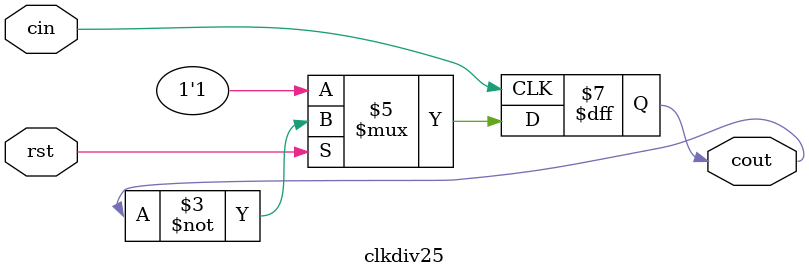
<source format=v>
module vgaSync(input clk, input rst, output[9:0] x, output[9:0] y, output blank, output hsync, output vsync);
 
    localparam h_dispinterval = 640;
    localparam h_fporch = 16;
    localparam h_spulse = 96;
    localparam h_bporch = 48;

    localparam v_dispinterval = 480;
    localparam v_fporch = 10;
    localparam v_spulse = 2;
    localparam v_bporch = 33;

	 reg h_sync, v_sync, b_intvl;
    //reg[9:0] xpx, ypx;
    reg[9:0] hcounter, vcounter;
    wire clk25;

    clkdiv25 cd0(clk, rst, clk25);

    always @(posedge clk25, negedge rst)
    begin
        if(~rst)
        begin
            h_sync <= 0;
            hcounter <= 0;
            v_sync <= 0;
            vcounter <= 0;
			b_intvl <= 0;
        end
		else
		  //horizontal/vertical counters
        begin
            if(hcounter >= 800)
            begin
                hcounter <= 0;
                vcounter <= vcounter + 10'd1;
            end
            else
				begin
                hcounter <= hcounter + 10'd1;
					 if(vcounter >= 525)
						 vcounter <= 0;
				end

			//sync pulse
			  if(hcounter >= 656 && hcounter < 752)
					h_sync = 0;
			  else
					h_sync = 1;

			  if(vcounter >= 490 && vcounter < 492)
					v_sync = 0;
			  else
					v_sync = 1;
					
			  
			//blanking interval
			  if((hcounter >= 640 && hcounter < 800) || (vcounter >= 480 && vcounter < 492))
					b_intvl = 1;
			  else
					b_intvl = 0;
		  end
    end
	 
	 assign hsync = h_sync;
	 assign vsync = v_sync;
	 assign blank = b_intvl;
	 assign x = hcounter;
	 assign y = vcounter;

endmodule

module clkdiv25(input cin, input rst, output reg cout);

//divides the 50mhz clock to 25mhz

    always @(posedge cin)
    begin
        if(~rst)
            cout <= 1;
        else
            cout <= ~cout;
    end

endmodule
</source>
